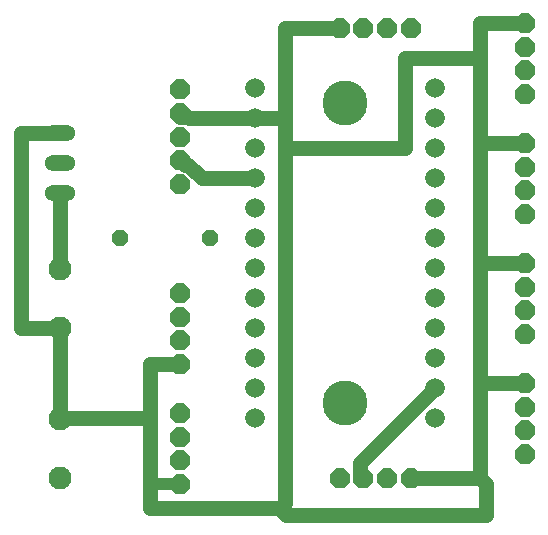
<source format=gbr>
%TF.GenerationSoftware,KiCad,Pcbnew,8.0.7*%
%TF.CreationDate,2025-04-10T14:03:15-05:00*%
%TF.ProjectId,AgBot_V2,4167426f-745f-4563-922e-6b696361645f,rev?*%
%TF.SameCoordinates,Original*%
%TF.FileFunction,Copper,L1,Top*%
%TF.FilePolarity,Positive*%
%FSLAX46Y46*%
G04 Gerber Fmt 4.6, Leading zero omitted, Abs format (unit mm)*
G04 Created by KiCad (PCBNEW 8.0.7) date 2025-04-10 14:03:15*
%MOMM*%
%LPD*%
G01*
G04 APERTURE LIST*
G04 Aperture macros list*
%AMOutline5P*
0 Free polygon, 5 corners , with rotation*
0 The origin of the aperture is its center*
0 number of corners: always 5*
0 $1 to $10 corner X, Y*
0 $11 Rotation angle, in degrees counterclockwise*
0 create outline with 5 corners*
4,1,5,$1,$2,$3,$4,$5,$6,$7,$8,$9,$10,$1,$2,$11*%
%AMOutline6P*
0 Free polygon, 6 corners , with rotation*
0 The origin of the aperture is its center*
0 number of corners: always 6*
0 $1 to $12 corner X, Y*
0 $13 Rotation angle, in degrees counterclockwise*
0 create outline with 6 corners*
4,1,6,$1,$2,$3,$4,$5,$6,$7,$8,$9,$10,$11,$12,$1,$2,$13*%
%AMOutline7P*
0 Free polygon, 7 corners , with rotation*
0 The origin of the aperture is its center*
0 number of corners: always 7*
0 $1 to $14 corner X, Y*
0 $15 Rotation angle, in degrees counterclockwise*
0 create outline with 7 corners*
4,1,7,$1,$2,$3,$4,$5,$6,$7,$8,$9,$10,$11,$12,$13,$14,$1,$2,$15*%
%AMOutline8P*
0 Free polygon, 8 corners , with rotation*
0 The origin of the aperture is its center*
0 number of corners: always 8*
0 $1 to $16 corner X, Y*
0 $17 Rotation angle, in degrees counterclockwise*
0 create outline with 8 corners*
4,1,8,$1,$2,$3,$4,$5,$6,$7,$8,$9,$10,$11,$12,$13,$14,$15,$16,$1,$2,$17*%
G04 Aperture macros list end*
%TA.AperFunction,ComponentPad*%
%ADD10C,3.810000*%
%TD*%
%TA.AperFunction,ComponentPad*%
%ADD11C,1.665000*%
%TD*%
%TA.AperFunction,ComponentPad*%
%ADD12Outline8P,-0.660400X0.273547X-0.273547X0.660400X0.273547X0.660400X0.660400X0.273547X0.660400X-0.273547X0.273547X-0.660400X-0.273547X-0.660400X-0.660400X-0.273547X180.000000*%
%TD*%
%TA.AperFunction,ComponentPad*%
%ADD13Outline8P,-0.838200X0.347194X-0.347194X0.838200X0.347194X0.838200X0.838200X0.347194X0.838200X-0.347194X0.347194X-0.838200X-0.347194X-0.838200X-0.838200X-0.347194X90.000000*%
%TD*%
%TA.AperFunction,ComponentPad*%
%ADD14Outline8P,-0.838200X0.347194X-0.347194X0.838200X0.347194X0.838200X0.838200X0.347194X0.838200X-0.347194X0.347194X-0.838200X-0.347194X-0.838200X-0.838200X-0.347194X180.000000*%
%TD*%
%TA.AperFunction,ComponentPad*%
%ADD15Outline8P,-0.838200X0.347194X-0.347194X0.838200X0.347194X0.838200X0.838200X0.347194X0.838200X-0.347194X0.347194X-0.838200X-0.347194X-0.838200X-0.838200X-0.347194X270.000000*%
%TD*%
%TA.AperFunction,ComponentPad*%
%ADD16Outline8P,-0.838200X0.347194X-0.347194X0.838200X0.347194X0.838200X0.838200X0.347194X0.838200X-0.347194X0.347194X-0.838200X-0.347194X-0.838200X-0.838200X-0.347194X0.000000*%
%TD*%
%TA.AperFunction,ComponentPad*%
%ADD17O,2.641600X1.320800*%
%TD*%
%TA.AperFunction,ComponentPad*%
%ADD18C,1.950000*%
%TD*%
%TA.AperFunction,Conductor*%
%ADD19C,1.000000*%
%TD*%
%TA.AperFunction,Conductor*%
%ADD20C,1.270000*%
%TD*%
G04 APERTURE END LIST*
D10*
%TO.P,TCA9548A_MUX0,26*%
%TO.N,N/C*%
X153581100Y-117068600D03*
%TO.P,TCA9548A_MUX0,25*%
X153581100Y-91668600D03*
D11*
%TO.P,TCA9548A_MUX0,24*%
%TO.N,SCL7*%
X161201100Y-90398600D03*
%TO.P,TCA9548A_MUX0,23*%
%TO.N,SDA7*%
X161201100Y-92938600D03*
%TO.P,TCA9548A_MUX0,22*%
%TO.N,SCL6*%
X161201100Y-95478600D03*
%TO.P,TCA9548A_MUX0,21*%
%TO.N,SDA6*%
X161201100Y-98018600D03*
%TO.P,TCA9548A_MUX0,20*%
%TO.N,SCL5*%
X161201100Y-100558600D03*
%TO.P,TCA9548A_MUX0,19*%
%TO.N,SDA5*%
X161201100Y-103098600D03*
%TO.P,TCA9548A_MUX0,18*%
%TO.N,SCL4*%
X161201100Y-105638600D03*
%TO.P,TCA9548A_MUX0,17*%
%TO.N,SDA4*%
X161201100Y-108178600D03*
%TO.P,TCA9548A_MUX0,16*%
%TO.N,SCL3*%
X161201100Y-110718600D03*
%TO.P,TCA9548A_MUX0,15*%
%TO.N,SDA3*%
X161201100Y-113258600D03*
%TO.P,TCA9548A_MUX0,14*%
%TO.N,SCL2*%
X161201100Y-115798600D03*
%TO.P,TCA9548A_MUX0,13*%
%TO.N,SDA2*%
X161201100Y-118338600D03*
%TO.P,TCA9548A_MUX0,12*%
%TO.N,SCL1*%
X145961100Y-118338600D03*
%TO.P,TCA9548A_MUX0,11*%
%TO.N,SDA1*%
X145961100Y-115798600D03*
%TO.P,TCA9548A_MUX0,10*%
%TO.N,SCL0*%
X145961100Y-113258600D03*
%TO.P,TCA9548A_MUX0,9*%
%TO.N,SDA0*%
X145961100Y-110718600D03*
%TO.P,TCA9548A_MUX0,8*%
%TO.N,N/C*%
X145961100Y-108178600D03*
%TO.P,TCA9548A_MUX0,7*%
X145961100Y-105638600D03*
%TO.P,TCA9548A_MUX0,6*%
X145961100Y-103098600D03*
%TO.P,TCA9548A_MUX0,5*%
X145961100Y-100558600D03*
%TO.P,TCA9548A_MUX0,4*%
%TO.N,SCL*%
X145961100Y-98018600D03*
%TO.P,TCA9548A_MUX0,3*%
%TO.N,SDA*%
X145961100Y-95478600D03*
%TO.P,TCA9548A_MUX0,2*%
%TO.N,GND*%
X145961100Y-92938600D03*
%TO.P,TCA9548A_MUX0,1*%
%TO.N,5V*%
X145961100Y-90398600D03*
%TD*%
D12*
%TO.P,R1,2*%
%TO.N,N$1*%
X134531100Y-103098600D03*
%TO.P,R1,1*%
%TO.N,SWITCH_VIN*%
X142151100Y-103098600D03*
%TD*%
D13*
%TO.P,BNO_1,1*%
%TO.N,SDA0*%
X139611100Y-107718600D03*
%TO.P,BNO_1,2*%
%TO.N,SCL0*%
X139611100Y-109718600D03*
%TO.P,BNO_1,3*%
%TO.N,5V*%
X139611100Y-111718600D03*
%TO.P,BNO_1,4*%
%TO.N,GND*%
X139611100Y-113718600D03*
%TD*%
%TO.P,BNO_2,1*%
%TO.N,SDA1*%
X139611100Y-117878600D03*
%TO.P,BNO_2,2*%
%TO.N,SCL1*%
X139611100Y-119878600D03*
%TO.P,BNO_2,3*%
%TO.N,5V*%
X139611100Y-121878600D03*
%TO.P,BNO_2,4*%
%TO.N,GND*%
X139611100Y-123878600D03*
%TD*%
D14*
%TO.P,BNO_3,1*%
%TO.N,SDA2*%
X153121100Y-123418600D03*
%TO.P,BNO_3,2*%
%TO.N,SCL2*%
X155121100Y-123418600D03*
%TO.P,BNO_3,3*%
%TO.N,5V*%
X157121100Y-123418600D03*
%TO.P,BNO_3,4*%
%TO.N,GND*%
X159121100Y-123418600D03*
%TD*%
D15*
%TO.P,BNO_4,1*%
%TO.N,SDA3*%
X168821100Y-121338600D03*
%TO.P,BNO_4,2*%
%TO.N,SCL3*%
X168821100Y-119338600D03*
%TO.P,BNO_4,3*%
%TO.N,5V*%
X168821100Y-117338600D03*
%TO.P,BNO_4,4*%
%TO.N,GND*%
X168821100Y-115338600D03*
%TD*%
%TO.P,BNO_5,1*%
%TO.N,SDA4*%
X168821100Y-111178600D03*
%TO.P,BNO_5,2*%
%TO.N,SCL4*%
X168821100Y-109178600D03*
%TO.P,BNO_5,3*%
%TO.N,5V*%
X168821100Y-107178600D03*
%TO.P,BNO_5,4*%
%TO.N,GND*%
X168821100Y-105178600D03*
%TD*%
%TO.P,BNO_6,1*%
%TO.N,SDA5*%
X168821100Y-101018600D03*
%TO.P,BNO_6,2*%
%TO.N,SCL5*%
X168821100Y-99018600D03*
%TO.P,BNO_6,3*%
%TO.N,5V*%
X168821100Y-97018600D03*
%TO.P,BNO_6,4*%
%TO.N,GND*%
X168821100Y-95018600D03*
%TD*%
%TO.P,BNO_7,1*%
%TO.N,SDA6*%
X168821100Y-90858600D03*
%TO.P,BNO_7,2*%
%TO.N,SCL6*%
X168821100Y-88858600D03*
%TO.P,BNO_7,3*%
%TO.N,5V*%
X168821100Y-86858600D03*
%TO.P,BNO_7,4*%
%TO.N,GND*%
X168821100Y-84858600D03*
%TD*%
D16*
%TO.P,BNO_8,1*%
%TO.N,SDA7*%
X159121100Y-85318600D03*
%TO.P,BNO_8,2*%
%TO.N,SCL7*%
X157121100Y-85318600D03*
%TO.P,BNO_8,3*%
%TO.N,5V*%
X155121100Y-85318600D03*
%TO.P,BNO_8,4*%
%TO.N,GND*%
X153121100Y-85318600D03*
%TD*%
D17*
%TO.P,T1,B*%
%TO.N,N$1*%
X129451100Y-96748600D03*
%TO.P,T1,C*%
%TO.N,SWITCH_VCC*%
X129451100Y-99288600D03*
%TO.P,T1,E*%
%TO.N,GND*%
X129451100Y-94208600D03*
%TD*%
D13*
%TO.P,JETSON,1*%
%TO.N,5V*%
X139611100Y-90478600D03*
%TO.P,JETSON,2*%
%TO.N,GND*%
X139611100Y-92478600D03*
%TO.P,JETSON,3*%
%TO.N,SDA*%
X139611100Y-94478600D03*
%TO.P,JETSON,4*%
%TO.N,SCL*%
X139611100Y-96478600D03*
%TO.P,JETSON,5*%
%TO.N,SWITCH_VIN*%
X139611100Y-98478600D03*
%TD*%
D18*
%TO.P,POWER_IN,2*%
%TO.N,GND*%
X129451100Y-118378600D03*
%TO.P,POWER_IN,1*%
%TO.N,5V*%
X129451100Y-123378600D03*
%TD*%
%TO.P,VICON,2*%
%TO.N,GND*%
X129451100Y-110678600D03*
%TO.P,VICON,1*%
%TO.N,SWITCH_VCC*%
X129451100Y-105678600D03*
%TD*%
D19*
%TO.N,GND*%
X137192500Y-123878600D02*
X137071100Y-124000000D01*
D20*
X137071100Y-124000000D02*
X137071100Y-125958600D01*
X137071100Y-118338600D02*
X137071100Y-124000000D01*
D19*
X139611100Y-123878600D02*
X137192500Y-123878600D01*
D20*
X137071100Y-125958600D02*
X148043900Y-125958600D01*
X165500000Y-126500000D02*
X165500000Y-123907500D01*
X165500000Y-123907500D02*
X165011100Y-123418600D01*
X148585300Y-126500000D02*
X165500000Y-126500000D01*
X148043900Y-125958600D02*
X148585300Y-126500000D01*
%TO.N,SWITCH_VCC*%
X129451100Y-105678600D02*
X129451100Y-99288600D01*
%TO.N,GND*%
X148043900Y-125958600D02*
X148501100Y-125501400D01*
X165011100Y-123418600D02*
X159121100Y-123418600D01*
X165011100Y-115338600D02*
X165011100Y-123418600D01*
X148501100Y-85318600D02*
X153121100Y-85318600D01*
X148501100Y-92938600D02*
X148501100Y-85318600D01*
X126098300Y-94208600D02*
X129451100Y-94208600D01*
X126098300Y-110718600D02*
X126098300Y-94208600D01*
X129411100Y-110718600D02*
X126098300Y-110718600D01*
X129451100Y-110678600D02*
X129411100Y-110718600D01*
X145961100Y-92938600D02*
X140370050Y-92938600D01*
X140284450Y-92853000D02*
X139611100Y-92853000D01*
X140370050Y-92938600D02*
X140284450Y-92853000D01*
X129451100Y-110678600D02*
X129451100Y-118338600D01*
X129491100Y-118338600D02*
X137071100Y-118338600D01*
X129451100Y-118378600D02*
X129491100Y-118338600D01*
X158661100Y-87858600D02*
X165011100Y-87858600D01*
X158661100Y-95478600D02*
X158661100Y-87858600D01*
X148501100Y-95478600D02*
X158661100Y-95478600D01*
X165011100Y-105178600D02*
X165011100Y-115338600D01*
X168821100Y-115338600D02*
X165011100Y-115338600D01*
X165011100Y-105178600D02*
X165011100Y-95018600D01*
X168821100Y-105178600D02*
X165011100Y-105178600D01*
X165011100Y-87858600D02*
X165011100Y-84858600D01*
X165011100Y-95018600D02*
X165011100Y-87858600D01*
X168821100Y-95018600D02*
X165011100Y-95018600D01*
X168821100Y-84858600D02*
X165011100Y-84858600D01*
X137071100Y-113718600D02*
X137071100Y-118338600D01*
X139611100Y-113718600D02*
X137071100Y-113718600D01*
X145961100Y-92938600D02*
X148501100Y-92938600D01*
X148501100Y-95478600D02*
X148501100Y-92938600D01*
X148501100Y-125501400D02*
X148501100Y-95478600D01*
%TO.N,SCL2*%
X154851100Y-123148600D02*
X155121100Y-123418600D01*
X154851100Y-122148600D02*
X154851100Y-123148600D01*
X161201100Y-115798600D02*
X154851100Y-122148600D01*
%TO.N,SCL*%
X141450050Y-98018600D02*
X140284450Y-96853000D01*
X145961100Y-98018600D02*
X141450050Y-98018600D01*
X139985500Y-96853000D02*
X139611100Y-96478600D01*
X140284450Y-96853000D02*
X139985500Y-96853000D01*
X145859500Y-98018600D02*
X145859500Y-97967800D01*
%TD*%
M02*

</source>
